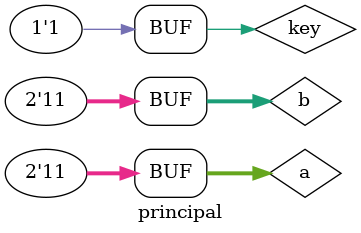
<source format=v>


module operation(output [3:0]s1, output [3:0]s0, input[1:0]a, input[1:0]b);
	wire [3:0]s0;
	wire [3:0]s1;
	
	or or0(s0[0],a[0],b[0]);
	or or1(s0[1],a[1],b[1]);
	
	and and0(s0[2],a[0],b[0]);
	and and1(s0[3],a[1],b[1]);
	
	nor nor0(s1[0],a[0],b[0]);
	nor nor1(s1[1],a[1],b[1]);
	
	nand nand0(s1[2],a[0],b[0]);
	nand nand1(s1[3],a[1],b[1]);

endmodule //operation

//módulo chave

module chave(s,norNand,orAnd,sinal);
	output [3:0]s;
	reg[3:0]s;
	input [3:0]orAnd;
	input [3:0]norNand;
	input sinal;
	
	always @(orAnd or norNand or sinal)
	begin
		if(~sinal)
			begin
				s = orAnd;
			end
		else
			begin
				s = norNand;
			end
	end
			
endmodule //chave

module principal;
	//definir dados
	reg[1:0]a;
	reg[1:0]b;
	wire [3:0]w0;
	wire [3:0]w1;
	wire [3:0]s;
	
	reg key;
	
		
	initial begin:start
		//valor inicial de a e b
		a = 2'b00;
		b = 2'b00;
		key = 1'b0;
	end
	
	//instanciar
	operation op1(w1,w0,a,b);
	chave chave1(s,w1,w0,key);

		
	//parte principal
	initial begin:main
		$display("Exemplo0033 - Julio Machado - 435666");
		$display("LU's test - seleção entre operações or/and - nor/nand");
		$display("key: (0)- or/and \t (1) - nor/nand");
		
		$display("key \t a op. b = s0 - s1\n");
		$monitor("%b \t %2b op %2b =  %2b - %2b",key , a, b, s[1:0], s[3:2]);
		
		#1 key = 1'b1;
		#1 b = 2'b01; key = 1'b0;
		#1 key = 1'b1;
		#1 b = 2'b10; key = 1'b0;
		#1 key = 1'b1;
		#1 b = 2'b11; key = 1'b0;
		#1 key = 1'b1;
		
		#1 a = 2'b01; b = 2'b00; key = 1'b0;
		#1 key = 1'b1;
		#1 b = 2'b01; key = 1'b0;
		#1 key = 1'b1;
		#1 b = 2'b10; key = 1'b0;
		#1 key = 1'b1;
		#1 b = 2'b11; key = 1'b0;
		#1 key = 1'b1;
		
		#1 a = 2'b10; b = 2'b00; key = 1'b0;
		#1 key = 1'b1;
		#1 b = 2'b01; key = 1'b0;
		#1 key = 1'b1;
		#1 b = 2'b10; key = 1'b0;
		#1 key = 1'b1;
		#1 b = 2'b11; key = 1'b0;
		#1 key = 1'b1;
		
		#1 a = 2'b11; b = 2'b00; key = 1'b0;
		#1 key = 1'b1;
		#1 b = 2'b01; key = 1'b0;
		#1 key = 1'b1;
		#1 b = 2'b10; key = 1'b0;
		#1 key = 1'b1;
		#1 b = 2'b11; key = 1'b0;
		#1 key = 1'b1;
	end
	
endmodule //principal
</source>
